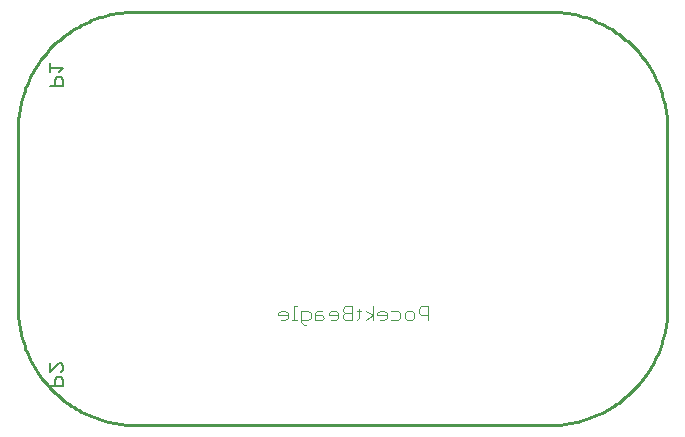
<source format=gbr>
G04 EAGLE Gerber RS-274X export*
G75*
%MOMM*%
%FSLAX34Y34*%
%LPD*%
%INSilkscreen Bottom*%
%IPPOS*%
%AMOC8*
5,1,8,0,0,1.08239X$1,22.5*%
G01*
%ADD10C,0.254000*%
%ADD11C,0.152400*%
%ADD12C,0.101600*%


D10*
X474130Y794270D02*
X124130Y794270D01*
X121714Y794299D01*
X119299Y794387D01*
X116887Y794533D01*
X114479Y794737D01*
X112076Y794999D01*
X109681Y795319D01*
X107294Y795697D01*
X104917Y796133D01*
X102552Y796626D01*
X100198Y797176D01*
X97859Y797782D01*
X95535Y798445D01*
X93228Y799164D01*
X90939Y799939D01*
X88670Y800768D01*
X86421Y801653D01*
X84194Y802591D01*
X81990Y803583D01*
X79811Y804627D01*
X77658Y805724D01*
X75532Y806873D01*
X73434Y808073D01*
X71366Y809323D01*
X69329Y810623D01*
X67324Y811972D01*
X65351Y813368D01*
X63414Y814812D01*
X61511Y816303D01*
X59646Y817838D01*
X57818Y819419D01*
X56028Y821043D01*
X54279Y822710D01*
X52570Y824419D01*
X50903Y826168D01*
X49279Y827958D01*
X47698Y829786D01*
X46163Y831651D01*
X44672Y833554D01*
X43228Y835491D01*
X41832Y837464D01*
X40483Y839469D01*
X39183Y841506D01*
X37933Y843574D01*
X36733Y845672D01*
X35584Y847798D01*
X34487Y849951D01*
X33443Y852130D01*
X32451Y854334D01*
X31513Y856561D01*
X30628Y858810D01*
X29799Y861079D01*
X29024Y863368D01*
X28305Y865675D01*
X27642Y867999D01*
X27036Y870338D01*
X26486Y872692D01*
X25993Y875057D01*
X25557Y877434D01*
X25179Y879821D01*
X24859Y882216D01*
X24597Y884619D01*
X24393Y887027D01*
X24247Y889439D01*
X24159Y891854D01*
X24130Y894270D01*
X24130Y1044270D01*
X24159Y1046686D01*
X24247Y1049101D01*
X24393Y1051513D01*
X24597Y1053921D01*
X24859Y1056324D01*
X25179Y1058719D01*
X25557Y1061106D01*
X25993Y1063483D01*
X26486Y1065848D01*
X27036Y1068202D01*
X27642Y1070541D01*
X28305Y1072865D01*
X29024Y1075172D01*
X29799Y1077461D01*
X30628Y1079730D01*
X31513Y1081979D01*
X32451Y1084206D01*
X33443Y1086410D01*
X34487Y1088589D01*
X35584Y1090742D01*
X36733Y1092868D01*
X37933Y1094966D01*
X39183Y1097034D01*
X40483Y1099071D01*
X41832Y1101076D01*
X43228Y1103049D01*
X44672Y1104986D01*
X46163Y1106889D01*
X47698Y1108754D01*
X49279Y1110582D01*
X50903Y1112372D01*
X52570Y1114121D01*
X54279Y1115830D01*
X56028Y1117497D01*
X57818Y1119121D01*
X59646Y1120702D01*
X61511Y1122237D01*
X63414Y1123728D01*
X65351Y1125172D01*
X67324Y1126568D01*
X69329Y1127917D01*
X71366Y1129217D01*
X73434Y1130467D01*
X75532Y1131667D01*
X77658Y1132816D01*
X79811Y1133913D01*
X81990Y1134957D01*
X84194Y1135949D01*
X86421Y1136887D01*
X88670Y1137772D01*
X90939Y1138601D01*
X93228Y1139376D01*
X95535Y1140095D01*
X97859Y1140758D01*
X100198Y1141364D01*
X102552Y1141914D01*
X104917Y1142407D01*
X107294Y1142843D01*
X109681Y1143221D01*
X112076Y1143541D01*
X114479Y1143803D01*
X116887Y1144007D01*
X119299Y1144153D01*
X121714Y1144241D01*
X124130Y1144270D01*
X474130Y1144270D01*
X476546Y1144241D01*
X478961Y1144153D01*
X481373Y1144007D01*
X483781Y1143803D01*
X486184Y1143541D01*
X488579Y1143221D01*
X490966Y1142843D01*
X493343Y1142407D01*
X495708Y1141914D01*
X498062Y1141364D01*
X500401Y1140758D01*
X502725Y1140095D01*
X505032Y1139376D01*
X507321Y1138601D01*
X509590Y1137772D01*
X511839Y1136887D01*
X514066Y1135949D01*
X516270Y1134957D01*
X518449Y1133913D01*
X520602Y1132816D01*
X522728Y1131667D01*
X524826Y1130467D01*
X526894Y1129217D01*
X528931Y1127917D01*
X530936Y1126568D01*
X532909Y1125172D01*
X534846Y1123728D01*
X536749Y1122237D01*
X538614Y1120702D01*
X540442Y1119121D01*
X542232Y1117497D01*
X543981Y1115830D01*
X545690Y1114121D01*
X547357Y1112372D01*
X548981Y1110582D01*
X550562Y1108754D01*
X552097Y1106889D01*
X553588Y1104986D01*
X555032Y1103049D01*
X556428Y1101076D01*
X557777Y1099071D01*
X559077Y1097034D01*
X560327Y1094966D01*
X561527Y1092868D01*
X562676Y1090742D01*
X563773Y1088589D01*
X564817Y1086410D01*
X565809Y1084206D01*
X566747Y1081979D01*
X567632Y1079730D01*
X568461Y1077461D01*
X569236Y1075172D01*
X569955Y1072865D01*
X570618Y1070541D01*
X571224Y1068202D01*
X571774Y1065848D01*
X572267Y1063483D01*
X572703Y1061106D01*
X573081Y1058719D01*
X573401Y1056324D01*
X573663Y1053921D01*
X573867Y1051513D01*
X574013Y1049101D01*
X574101Y1046686D01*
X574130Y1044270D01*
X574130Y894270D01*
X574101Y891854D01*
X574013Y889439D01*
X573867Y887027D01*
X573663Y884619D01*
X573401Y882216D01*
X573081Y879821D01*
X572703Y877434D01*
X572267Y875057D01*
X571774Y872692D01*
X571224Y870338D01*
X570618Y867999D01*
X569955Y865675D01*
X569236Y863368D01*
X568461Y861079D01*
X567632Y858810D01*
X566747Y856561D01*
X565809Y854334D01*
X564817Y852130D01*
X563773Y849951D01*
X562676Y847798D01*
X561527Y845672D01*
X560327Y843574D01*
X559077Y841506D01*
X557777Y839469D01*
X556428Y837464D01*
X555032Y835491D01*
X553588Y833554D01*
X552097Y831651D01*
X550562Y829786D01*
X548981Y827958D01*
X547357Y826168D01*
X545690Y824419D01*
X543981Y822710D01*
X542232Y821043D01*
X540442Y819419D01*
X538614Y817838D01*
X536749Y816303D01*
X534846Y814812D01*
X532909Y813368D01*
X530936Y811972D01*
X528931Y810623D01*
X526894Y809323D01*
X524826Y808073D01*
X522728Y806873D01*
X520602Y805724D01*
X518449Y804627D01*
X516270Y803583D01*
X514066Y802591D01*
X511839Y801653D01*
X509590Y800768D01*
X507321Y799939D01*
X505032Y799164D01*
X502725Y798445D01*
X500401Y797782D01*
X498062Y797176D01*
X495708Y796626D01*
X493343Y796133D01*
X490966Y795697D01*
X488579Y795319D01*
X486184Y794999D01*
X483781Y794737D01*
X481373Y794533D01*
X478961Y794387D01*
X476546Y794299D01*
X474130Y794270D01*
D11*
X62748Y1081268D02*
X51562Y1081268D01*
X62748Y1081268D02*
X62748Y1086861D01*
X60883Y1088725D01*
X57155Y1088725D01*
X55291Y1086861D01*
X55291Y1081268D01*
X59019Y1092962D02*
X62748Y1096690D01*
X51562Y1096690D01*
X51562Y1092962D02*
X51562Y1100419D01*
X51562Y827268D02*
X62748Y827268D01*
X62748Y832861D01*
X60883Y834725D01*
X57155Y834725D01*
X55291Y832861D01*
X55291Y827268D01*
X51562Y838962D02*
X51562Y846419D01*
X51562Y838962D02*
X59019Y846419D01*
X60883Y846419D01*
X62748Y844555D01*
X62748Y840826D01*
X60883Y838962D01*
D12*
X371375Y883158D02*
X371375Y894852D01*
X365528Y894852D01*
X363579Y892903D01*
X363579Y889005D01*
X365528Y887056D01*
X371375Y887056D01*
X357732Y883158D02*
X353834Y883158D01*
X351885Y885107D01*
X351885Y889005D01*
X353834Y890954D01*
X357732Y890954D01*
X359681Y889005D01*
X359681Y885107D01*
X357732Y883158D01*
X346038Y890954D02*
X340191Y890954D01*
X346038Y890954D02*
X347987Y889005D01*
X347987Y885107D01*
X346038Y883158D01*
X340191Y883158D01*
X334344Y883158D02*
X330446Y883158D01*
X334344Y883158D02*
X336293Y885107D01*
X336293Y889005D01*
X334344Y890954D01*
X330446Y890954D01*
X328497Y889005D01*
X328497Y887056D01*
X336293Y887056D01*
X324599Y883158D02*
X324599Y894852D01*
X324599Y887056D02*
X318752Y883158D01*
X324599Y887056D02*
X318752Y890954D01*
X312905Y892903D02*
X312905Y885107D01*
X310956Y883158D01*
X310956Y890954D02*
X314854Y890954D01*
X307058Y894852D02*
X307058Y883158D01*
X307058Y894852D02*
X301211Y894852D01*
X299262Y892903D01*
X299262Y890954D01*
X301211Y889005D01*
X299262Y887056D01*
X299262Y885107D01*
X301211Y883158D01*
X307058Y883158D01*
X307058Y889005D02*
X301211Y889005D01*
X293415Y883158D02*
X289517Y883158D01*
X293415Y883158D02*
X295364Y885107D01*
X295364Y889005D01*
X293415Y890954D01*
X289517Y890954D01*
X287568Y889005D01*
X287568Y887056D01*
X295364Y887056D01*
X281721Y890954D02*
X277823Y890954D01*
X275874Y889005D01*
X275874Y883158D01*
X281721Y883158D01*
X283670Y885107D01*
X281721Y887056D01*
X275874Y887056D01*
X268078Y879260D02*
X266129Y879260D01*
X264180Y881209D01*
X264180Y890954D01*
X270027Y890954D01*
X271976Y889005D01*
X271976Y885107D01*
X270027Y883158D01*
X264180Y883158D01*
X260282Y894852D02*
X258333Y894852D01*
X258333Y883158D01*
X260282Y883158D02*
X256384Y883158D01*
X250537Y883158D02*
X246639Y883158D01*
X250537Y883158D02*
X252486Y885107D01*
X252486Y889005D01*
X250537Y890954D01*
X246639Y890954D01*
X244690Y889005D01*
X244690Y887056D01*
X252486Y887056D01*
M02*

</source>
